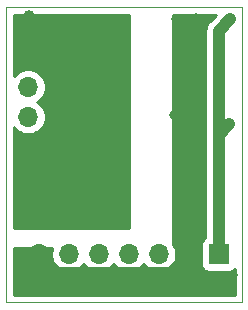
<source format=gbr>
%TF.GenerationSoftware,KiCad,Pcbnew,(5.1.8-0-10_14)*%
%TF.CreationDate,2020-11-27T11:31:21+01:00*%
%TF.ProjectId,Opto-Tacho,4f70746f-2d54-4616-9368-6f2e6b696361,rev?*%
%TF.SameCoordinates,Original*%
%TF.FileFunction,Copper,L2,Bot*%
%TF.FilePolarity,Positive*%
%FSLAX46Y46*%
G04 Gerber Fmt 4.6, Leading zero omitted, Abs format (unit mm)*
G04 Created by KiCad (PCBNEW (5.1.8-0-10_14)) date 2020-11-27 11:31:21*
%MOMM*%
%LPD*%
G01*
G04 APERTURE LIST*
%TA.AperFunction,Profile*%
%ADD10C,0.050000*%
%TD*%
%TA.AperFunction,ComponentPad*%
%ADD11O,1.700000X1.700000*%
%TD*%
%TA.AperFunction,ComponentPad*%
%ADD12R,1.700000X1.700000*%
%TD*%
%TA.AperFunction,ViaPad*%
%ADD13C,1.000000*%
%TD*%
%TA.AperFunction,ViaPad*%
%ADD14C,0.800000*%
%TD*%
%TA.AperFunction,Conductor*%
%ADD15C,1.000000*%
%TD*%
%TA.AperFunction,Conductor*%
%ADD16C,0.254000*%
%TD*%
%TA.AperFunction,Conductor*%
%ADD17C,0.100000*%
%TD*%
G04 APERTURE END LIST*
D10*
X120000000Y-93000000D02*
X120000000Y-90000000D01*
X120000000Y-68000000D02*
X120000000Y-90000000D01*
X140000000Y-68000000D02*
X120000000Y-68000000D01*
X140000000Y-93000000D02*
X140000000Y-68000000D01*
X120000000Y-93000000D02*
X140000000Y-93000000D01*
D11*
%TO.P,J901,3*%
%TO.N,/ISO_IN_2*%
X121850000Y-77305000D03*
%TO.P,J901,2*%
%TO.N,/ISO_IN_1*%
X121850000Y-74765000D03*
D12*
%TO.P,J901,1*%
%TO.N,/ISO_GND*%
X121850000Y-72225000D03*
%TD*%
D11*
%TO.P,J101,7*%
%TO.N,GND*%
X122760000Y-88950000D03*
%TO.P,J101,6*%
%TO.N,N/C*%
X125300000Y-88950000D03*
%TO.P,J101,5*%
X127840000Y-88950000D03*
%TO.P,J101,4*%
%TO.N,/GPIO_2*%
X130380000Y-88950000D03*
%TO.P,J101,3*%
%TO.N,/GPIO_1*%
X132920000Y-88950000D03*
%TO.P,J101,2*%
%TO.N,GND*%
X135460000Y-88950000D03*
D12*
%TO.P,J101,1*%
%TO.N,+3V3*%
X138000000Y-88950000D03*
%TD*%
D13*
%TO.N,GND*%
X136000000Y-72700000D03*
D14*
X121000000Y-88800000D03*
X121000000Y-92000000D03*
X125100000Y-92100000D03*
X130300000Y-92100000D03*
X135400000Y-92000000D03*
X139100000Y-92100000D03*
X139200000Y-90700000D03*
X134400000Y-69000000D03*
X136100000Y-68900000D03*
X134200000Y-77100000D03*
D13*
%TO.N,/ISO_GND*%
X121950000Y-83575000D03*
X127650000Y-77425000D03*
X129875000Y-73625000D03*
X129925000Y-80900000D03*
X121925000Y-68725000D03*
D14*
X122400000Y-86400000D03*
X129800000Y-86200000D03*
X127000000Y-81300000D03*
X123400000Y-70400000D03*
X127200000Y-85800000D03*
X129900000Y-69000000D03*
D13*
%TO.N,+3V3*%
X138900000Y-77900000D03*
D14*
X138950000Y-69050000D03*
%TD*%
D15*
%TO.N,GND*%
X124310001Y-90500001D02*
X122760000Y-88950000D01*
X133909999Y-90500001D02*
X124310001Y-90500001D01*
X135460000Y-88950000D02*
X133909999Y-90500001D01*
%TO.N,+3V3*%
X138000000Y-78800000D02*
X138900000Y-77900000D01*
X138000000Y-88950000D02*
X138000000Y-78800000D01*
X138000000Y-70000000D02*
X138950000Y-69050000D01*
X138000000Y-88950000D02*
X138000000Y-70000000D01*
%TD*%
D16*
%TO.N,GND*%
X137236860Y-69158009D02*
X137193552Y-69193551D01*
X137051717Y-69366377D01*
X137031194Y-69404774D01*
X136946324Y-69563554D01*
X136881423Y-69777502D01*
X136859509Y-70000000D01*
X136865001Y-70055762D01*
X136865001Y-78744243D01*
X136859509Y-78800000D01*
X136865001Y-78855757D01*
X136865000Y-83906067D01*
X136865000Y-87532317D01*
X136795506Y-87569463D01*
X136698815Y-87648815D01*
X136619463Y-87745506D01*
X136560498Y-87855820D01*
X136524188Y-87975518D01*
X136511928Y-88100000D01*
X136511928Y-89800000D01*
X136524188Y-89924482D01*
X136560498Y-90044180D01*
X136619463Y-90154494D01*
X136698815Y-90251185D01*
X136795506Y-90330537D01*
X136905820Y-90389502D01*
X137025518Y-90425812D01*
X137150000Y-90438072D01*
X138850000Y-90438072D01*
X138974482Y-90425812D01*
X139094180Y-90389502D01*
X139204494Y-90330537D01*
X139301185Y-90251185D01*
X139340000Y-90203888D01*
X139340000Y-92340000D01*
X120660000Y-92340000D01*
X120660000Y-88427000D01*
X123909282Y-88427000D01*
X123872068Y-88516842D01*
X123815000Y-88803740D01*
X123815000Y-89096260D01*
X123872068Y-89383158D01*
X123984010Y-89653411D01*
X124146525Y-89896632D01*
X124353368Y-90103475D01*
X124596589Y-90265990D01*
X124866842Y-90377932D01*
X125153740Y-90435000D01*
X125446260Y-90435000D01*
X125733158Y-90377932D01*
X126003411Y-90265990D01*
X126246632Y-90103475D01*
X126453475Y-89896632D01*
X126570000Y-89722240D01*
X126686525Y-89896632D01*
X126893368Y-90103475D01*
X127136589Y-90265990D01*
X127406842Y-90377932D01*
X127693740Y-90435000D01*
X127986260Y-90435000D01*
X128273158Y-90377932D01*
X128543411Y-90265990D01*
X128786632Y-90103475D01*
X128993475Y-89896632D01*
X129110000Y-89722240D01*
X129226525Y-89896632D01*
X129433368Y-90103475D01*
X129676589Y-90265990D01*
X129946842Y-90377932D01*
X130233740Y-90435000D01*
X130526260Y-90435000D01*
X130813158Y-90377932D01*
X131083411Y-90265990D01*
X131326632Y-90103475D01*
X131533475Y-89896632D01*
X131650000Y-89722240D01*
X131766525Y-89896632D01*
X131973368Y-90103475D01*
X132216589Y-90265990D01*
X132486842Y-90377932D01*
X132773740Y-90435000D01*
X133066260Y-90435000D01*
X133353158Y-90377932D01*
X133623411Y-90265990D01*
X133866632Y-90103475D01*
X134073475Y-89896632D01*
X134235990Y-89653411D01*
X134347932Y-89383158D01*
X134405000Y-89096260D01*
X134405000Y-88803740D01*
X134347932Y-88516842D01*
X134235990Y-88246589D01*
X134127000Y-88083474D01*
X134127000Y-68660000D01*
X137734868Y-68660000D01*
X137236860Y-69158009D01*
%TA.AperFunction,Conductor*%
D17*
G36*
X137236860Y-69158009D02*
G01*
X137193552Y-69193551D01*
X137051717Y-69366377D01*
X137031194Y-69404774D01*
X136946324Y-69563554D01*
X136881423Y-69777502D01*
X136859509Y-70000000D01*
X136865001Y-70055762D01*
X136865001Y-78744243D01*
X136859509Y-78800000D01*
X136865001Y-78855757D01*
X136865000Y-83906067D01*
X136865000Y-87532317D01*
X136795506Y-87569463D01*
X136698815Y-87648815D01*
X136619463Y-87745506D01*
X136560498Y-87855820D01*
X136524188Y-87975518D01*
X136511928Y-88100000D01*
X136511928Y-89800000D01*
X136524188Y-89924482D01*
X136560498Y-90044180D01*
X136619463Y-90154494D01*
X136698815Y-90251185D01*
X136795506Y-90330537D01*
X136905820Y-90389502D01*
X137025518Y-90425812D01*
X137150000Y-90438072D01*
X138850000Y-90438072D01*
X138974482Y-90425812D01*
X139094180Y-90389502D01*
X139204494Y-90330537D01*
X139301185Y-90251185D01*
X139340000Y-90203888D01*
X139340000Y-92340000D01*
X120660000Y-92340000D01*
X120660000Y-88427000D01*
X123909282Y-88427000D01*
X123872068Y-88516842D01*
X123815000Y-88803740D01*
X123815000Y-89096260D01*
X123872068Y-89383158D01*
X123984010Y-89653411D01*
X124146525Y-89896632D01*
X124353368Y-90103475D01*
X124596589Y-90265990D01*
X124866842Y-90377932D01*
X125153740Y-90435000D01*
X125446260Y-90435000D01*
X125733158Y-90377932D01*
X126003411Y-90265990D01*
X126246632Y-90103475D01*
X126453475Y-89896632D01*
X126570000Y-89722240D01*
X126686525Y-89896632D01*
X126893368Y-90103475D01*
X127136589Y-90265990D01*
X127406842Y-90377932D01*
X127693740Y-90435000D01*
X127986260Y-90435000D01*
X128273158Y-90377932D01*
X128543411Y-90265990D01*
X128786632Y-90103475D01*
X128993475Y-89896632D01*
X129110000Y-89722240D01*
X129226525Y-89896632D01*
X129433368Y-90103475D01*
X129676589Y-90265990D01*
X129946842Y-90377932D01*
X130233740Y-90435000D01*
X130526260Y-90435000D01*
X130813158Y-90377932D01*
X131083411Y-90265990D01*
X131326632Y-90103475D01*
X131533475Y-89896632D01*
X131650000Y-89722240D01*
X131766525Y-89896632D01*
X131973368Y-90103475D01*
X132216589Y-90265990D01*
X132486842Y-90377932D01*
X132773740Y-90435000D01*
X133066260Y-90435000D01*
X133353158Y-90377932D01*
X133623411Y-90265990D01*
X133866632Y-90103475D01*
X134073475Y-89896632D01*
X134235990Y-89653411D01*
X134347932Y-89383158D01*
X134405000Y-89096260D01*
X134405000Y-88803740D01*
X134347932Y-88516842D01*
X134235990Y-88246589D01*
X134127000Y-88083474D01*
X134127000Y-68660000D01*
X137734868Y-68660000D01*
X137236860Y-69158009D01*
G37*
%TD.AperFunction*%
%TD*%
D16*
%TO.N,/ISO_GND*%
X130373000Y-86673000D02*
X120660000Y-86673000D01*
X120660000Y-78196968D01*
X120696525Y-78251632D01*
X120903368Y-78458475D01*
X121146589Y-78620990D01*
X121416842Y-78732932D01*
X121703740Y-78790000D01*
X121996260Y-78790000D01*
X122283158Y-78732932D01*
X122553411Y-78620990D01*
X122796632Y-78458475D01*
X123003475Y-78251632D01*
X123165990Y-78008411D01*
X123277932Y-77738158D01*
X123335000Y-77451260D01*
X123335000Y-77158740D01*
X123277932Y-76871842D01*
X123165990Y-76601589D01*
X123003475Y-76358368D01*
X122796632Y-76151525D01*
X122622240Y-76035000D01*
X122796632Y-75918475D01*
X123003475Y-75711632D01*
X123165990Y-75468411D01*
X123277932Y-75198158D01*
X123335000Y-74911260D01*
X123335000Y-74618740D01*
X123277932Y-74331842D01*
X123165990Y-74061589D01*
X123003475Y-73818368D01*
X122796632Y-73611525D01*
X122553411Y-73449010D01*
X122283158Y-73337068D01*
X121996260Y-73280000D01*
X121703740Y-73280000D01*
X121416842Y-73337068D01*
X121146589Y-73449010D01*
X120903368Y-73611525D01*
X120696525Y-73818368D01*
X120660000Y-73873032D01*
X120660000Y-68660000D01*
X130373000Y-68660000D01*
X130373000Y-86673000D01*
%TA.AperFunction,Conductor*%
D17*
G36*
X130373000Y-86673000D02*
G01*
X120660000Y-86673000D01*
X120660000Y-78196968D01*
X120696525Y-78251632D01*
X120903368Y-78458475D01*
X121146589Y-78620990D01*
X121416842Y-78732932D01*
X121703740Y-78790000D01*
X121996260Y-78790000D01*
X122283158Y-78732932D01*
X122553411Y-78620990D01*
X122796632Y-78458475D01*
X123003475Y-78251632D01*
X123165990Y-78008411D01*
X123277932Y-77738158D01*
X123335000Y-77451260D01*
X123335000Y-77158740D01*
X123277932Y-76871842D01*
X123165990Y-76601589D01*
X123003475Y-76358368D01*
X122796632Y-76151525D01*
X122622240Y-76035000D01*
X122796632Y-75918475D01*
X123003475Y-75711632D01*
X123165990Y-75468411D01*
X123277932Y-75198158D01*
X123335000Y-74911260D01*
X123335000Y-74618740D01*
X123277932Y-74331842D01*
X123165990Y-74061589D01*
X123003475Y-73818368D01*
X122796632Y-73611525D01*
X122553411Y-73449010D01*
X122283158Y-73337068D01*
X121996260Y-73280000D01*
X121703740Y-73280000D01*
X121416842Y-73337068D01*
X121146589Y-73449010D01*
X120903368Y-73611525D01*
X120696525Y-73818368D01*
X120660000Y-73873032D01*
X120660000Y-68660000D01*
X130373000Y-68660000D01*
X130373000Y-86673000D01*
G37*
%TD.AperFunction*%
%TD*%
M02*

</source>
